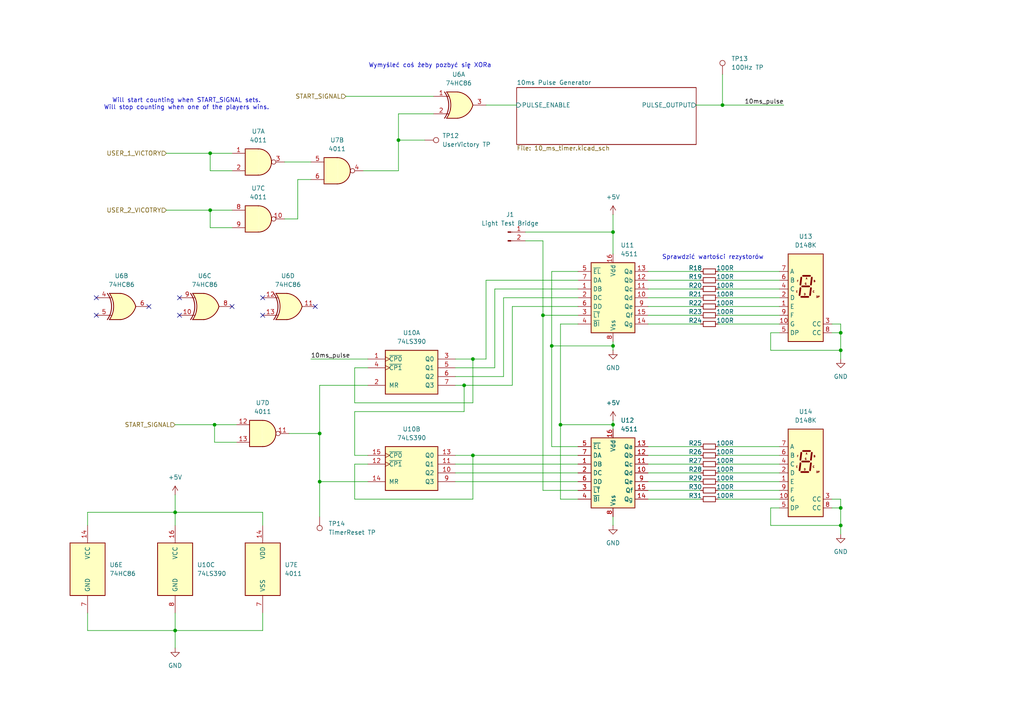
<source format=kicad_sch>
(kicad_sch (version 20231120) (generator "eeschema") (generator_version "8.0")
  (paper "A4")
  (lib_symbols
    (symbol "4xxx:4011" (pin_names (offset 1.016))
      (property "Reference" "U" (at 0 1.27 0))
      (property "Value" "4011" (at 0 -1.27 0))
      (symbol "4011_1_1"
        (arc (start 0 -3.81) (mid 3.7934 0) (end 0 3.81) (stroke (width 0.254)) (fill (type background)))
        (polyline (pts (xy 0 3.81) (xy -3.81 3.81) (xy -3.81 -3.81) (xy 0 -3.81)) (stroke (width 0.254)) (fill (type background)))
        (pin input line (at -7.62 2.54 0) (length 3.81) (name "~") (number "1"))
        (pin input line (at -7.62 -2.54 0) (length 3.81) (name "~") (number "2"))
        (pin output inverted (at 7.62 0 180) (length 3.81) (name "~") (number "3"))
      )
      (symbol "4011_1_2"
        (arc (start -3.81 -3.81) (mid -2.589 0) (end -3.81 3.81) (stroke (width 0.254)))
        (arc (start -0.6096 -3.81) (mid 2.1842 -2.5851) (end 3.81 0) (stroke (width 0.254)) (fill (type background)))
        (polyline (pts (xy -3.81 -3.81) (xy -0.635 -3.81)) (stroke (width 0.254)) (fill (type background)))
        (polyline (pts (xy -3.81 3.81) (xy -0.635 3.81)) (stroke (width 0.254)) (fill (type background)))
        (polyline (pts (xy -0.635 3.81) (xy -3.81 3.81) (xy -3.81 3.81) (xy -3.556 3.4036) (xy -3.0226 2.2606) (xy -2.6924 1.0414) (xy -2.6162 -0.254) (xy -2.7686 -1.4986) (xy -3.175 -2.7178) (xy -3.81 -3.81) (xy -3.81 -3.81) (xy -0.635 -3.81)) (stroke (width -25.4)) (fill (type background)))
        (arc (start 3.81 0) (mid 2.1915 2.5936) (end -0.6096 3.81) (stroke (width 0.254)) (fill (type background)))
        (pin input inverted (at -7.62 2.54 0) (length 4.318) (name "~") (number "1"))
        (pin input inverted (at -7.62 -2.54 0) (length 4.318) (name "~") (number "2"))
        (pin output line (at 7.62 0 180) (length 3.81) (name "~") (number "3"))
      )
      (symbol "4011_2_1"
        (arc (start 0 -3.81) (mid 3.7934 0) (end 0 3.81) (stroke (width 0.254)) (fill (type background)))
        (polyline (pts (xy 0 3.81) (xy -3.81 3.81) (xy -3.81 -3.81) (xy 0 -3.81)) (stroke (width 0.254)) (fill (type background)))
        (pin output inverted (at 7.62 0 180) (length 3.81) (name "~") (number "4"))
        (pin input line (at -7.62 2.54 0) (length 3.81) (name "~") (number "5"))
        (pin input line (at -7.62 -2.54 0) (length 3.81) (name "~") (number "6"))
      )
      (symbol "4011_2_2"
        (arc (start -3.81 -3.81) (mid -2.589 0) (end -3.81 3.81) (stroke (width 0.254)))
        (arc (start -0.6096 -3.81) (mid 2.1842 -2.5851) (end 3.81 0) (stroke (width 0.254)) (fill (type background)))
        (polyline (pts (xy -3.81 -3.81) (xy -0.635 -3.81)) (stroke (width 0.254)) (fill (type background)))
        (polyline (pts (xy -3.81 3.81) (xy -0.635 3.81)) (stroke (width 0.254)) (fill (type background)))
        (polyline (pts (xy -0.635 3.81) (xy -3.81 3.81) (xy -3.81 3.81) (xy -3.556 3.4036) (xy -3.0226 2.2606) (xy -2.6924 1.0414) (xy -2.6162 -0.254) (xy -2.7686 -1.4986) (xy -3.175 -2.7178) (xy -3.81 -3.81) (xy -3.81 -3.81) (xy -0.635 -3.81)) (stroke (width -25.4)) (fill (type background)))
        (arc (start 3.81 0) (mid 2.1915 2.5936) (end -0.6096 3.81) (stroke (width 0.254)) (fill (type background)))
        (pin output line (at 7.62 0 180) (length 3.81) (name "~") (number "4"))
        (pin input inverted (at -7.62 2.54 0) (length 4.318) (name "~") (number "5"))
        (pin input inverted (at -7.62 -2.54 0) (length 4.318) (name "~") (number "6"))
      )
      (symbol "4011_3_1"
        (arc (start 0 -3.81) (mid 3.7934 0) (end 0 3.81) (stroke (width 0.254)) (fill (type background)))
        (polyline (pts (xy 0 3.81) (xy -3.81 3.81) (xy -3.81 -3.81) (xy 0 -3.81)) (stroke (width 0.254)) (fill (type background)))
        (pin output inverted (at 7.62 0 180) (length 3.81) (name "~") (number "10"))
        (pin input line (at -7.62 2.54 0) (length 3.81) (name "~") (number "8"))
        (pin input line (at -7.62 -2.54 0) (length 3.81) (name "~") (number "9"))
      )
      (symbol "4011_3_2"
        (arc (start -3.81 -3.81) (mid -2.589 0) (end -3.81 3.81) (stroke (width 0.254)))
        (arc (start -0.6096 -3.81) (mid 2.1842 -2.5851) (end 3.81 0) (stroke (width 0.254)) (fill (type background)))
        (polyline (pts (xy -3.81 -3.81) (xy -0.635 -3.81)) (stroke (width 0.254)) (fill (type background)))
        (polyline (pts (xy -3.81 3.81) (xy -0.635 3.81)) (stroke (width 0.254)) (fill (type background)))
        (polyline (pts (xy -0.635 3.81) (xy -3.81 3.81) (xy -3.81 3.81) (xy -3.556 3.4036) (xy -3.0226 2.2606) (xy -2.6924 1.0414) (xy -2.6162 -0.254) (xy -2.7686 -1.4986) (xy -3.175 -2.7178) (xy -3.81 -3.81) (xy -3.81 -3.81) (xy -0.635 -3.81)) (stroke (width -25.4)) (fill (type background)))
        (arc (start 3.81 0) (mid 2.1915 2.5936) (end -0.6096 3.81) (stroke (width 0.254)) (fill (type background)))
        (pin output line (at 7.62 0 180) (length 3.81) (name "~") (number "10"))
        (pin input inverted (at -7.62 2.54 0) (length 4.318) (name "~") (number "8"))
        (pin input inverted (at -7.62 -2.54 0) (length 4.318) (name "~") (number "9"))
      )
      (symbol "4011_4_1"
        (arc (start 0 -3.81) (mid 3.7934 0) (end 0 3.81) (stroke (width 0.254)) (fill (type background)))
        (polyline (pts (xy 0 3.81) (xy -3.81 3.81) (xy -3.81 -3.81) (xy 0 -3.81)) (stroke (width 0.254)) (fill (type background)))
        (pin output inverted (at 7.62 0 180) (length 3.81) (name "~") (number "11"))
        (pin input line (at -7.62 2.54 0) (length 3.81) (name "~") (number "12"))
        (pin input line (at -7.62 -2.54 0) (length 3.81) (name "~") (number "13"))
      )
      (symbol "4011_4_2"
        (arc (start -3.81 -3.81) (mid -2.589 0) (end -3.81 3.81) (stroke (width 0.254)))
        (arc (start -0.6096 -3.81) (mid 2.1842 -2.5851) (end 3.81 0) (stroke (width 0.254)) (fill (type background)))
        (polyline (pts (xy -3.81 -3.81) (xy -0.635 -3.81)) (stroke (width 0.254)) (fill (type background)))
        (polyline (pts (xy -3.81 3.81) (xy -0.635 3.81)) (stroke (width 0.254)) (fill (type background)))
        (polyline (pts (xy -0.635 3.81) (xy -3.81 3.81) (xy -3.81 3.81) (xy -3.556 3.4036) (xy -3.0226 2.2606) (xy -2.6924 1.0414) (xy -2.6162 -0.254) (xy -2.7686 -1.4986) (xy -3.175 -2.7178) (xy -3.81 -3.81) (xy -3.81 -3.81) (xy -0.635 -3.81)) (stroke (width -25.4)) (fill (type background)))
        (arc (start 3.81 0) (mid 2.1915 2.5936) (end -0.6096 3.81) (stroke (width 0.254)) (fill (type background)))
        (pin output line (at 7.62 0 180) (length 3.81) (name "~") (number "11"))
        (pin input inverted (at -7.62 2.54 0) (length 4.318) (name "~") (number "12"))
        (pin input inverted (at -7.62 -2.54 0) (length 4.318) (name "~") (number "13"))
      )
      (symbol "4011_5_0"
        (pin power_in line (at 0 12.7 270) (length 5.08) (name "VDD") (number "14"))
        (pin power_in line (at 0 -12.7 90) (length 5.08) (name "VSS") (number "7"))
      )
      (symbol "4011_5_1"
        (rectangle (start -5.08 7.62) (end 5.08 -7.62) (stroke (width 0.254)) (fill (type background)))
      )
    )
    (symbol "4xxx_IEEE:4511"
      (property "Reference" "U" (at 8.89 11.43 0))
      (property "Value" "4511" (at 8.89 -11.43 0))
      (symbol "4511_0_1"
        (rectangle (start -6.35 10.16) (end 6.35 -10.16) (stroke (width 0.254)) (fill (type background)))
      )
      (symbol "4511_1_1"
        (pin input line (at -10.16 2.54 0) (length 3.81) (name "DB") (number "1"))
        (pin output line (at 10.16 0 180) (length 3.81) (name "Qd") (number "10"))
        (pin output line (at 10.16 2.54 180) (length 3.81) (name "Qc") (number "11"))
        (pin output line (at 10.16 5.08 180) (length 3.81) (name "Qb") (number "12"))
        (pin output line (at 10.16 7.62 180) (length 3.81) (name "Qa") (number "13"))
        (pin output line (at 10.16 -7.62 180) (length 3.81) (name "Qg") (number "14"))
        (pin output line (at 10.16 -5.08 180) (length 3.81) (name "Qf") (number "15"))
        (pin power_in line (at 0 12.7 270) (length 2.54) (name "Vdd") (number "16"))
        (pin input line (at -10.16 0 0) (length 3.81) (name "DC") (number "2"))
        (pin input line (at -10.16 -5.08 0) (length 3.81) (name "~{LT}") (number "3"))
        (pin input line (at -10.16 -7.62 0) (length 3.81) (name "~{BI}") (number "4"))
        (pin input line (at -10.16 7.62 0) (length 3.81) (name "~{EL}") (number "5"))
        (pin input line (at -10.16 -2.54 0) (length 3.81) (name "DD") (number "6"))
        (pin input line (at -10.16 5.08 0) (length 3.81) (name "DA") (number "7"))
        (pin power_in line (at 0 -12.7 90) (length 2.54) (name "Vss") (number "8"))
        (pin output line (at 10.16 -2.54 180) (length 3.81) (name "Qe") (number "9"))
      )
    )
    (symbol "74xx:74HC86" (pin_names (offset 1.016))
      (property "Reference" "U" (at 0 1.27 0))
      (property "Value" "74HC86" (at 0 -1.27 0))
      (symbol "74HC86_1_0"
        (arc (start -4.4196 -3.81) (mid -3.2033 0) (end -4.4196 3.81) (stroke (width 0.254)))
        (arc (start -3.81 -3.81) (mid -2.589 0) (end -3.81 3.81) (stroke (width 0.254)))
        (arc (start -0.6096 -3.81) (mid 2.1842 -2.5851) (end 3.81 0) (stroke (width 0.254)) (fill (type background)))
        (polyline (pts (xy -3.81 -3.81) (xy -0.635 -3.81)) (stroke (width 0.254)) (fill (type background)))
        (polyline (pts (xy -3.81 3.81) (xy -0.635 3.81)) (stroke (width 0.254)) (fill (type background)))
        (polyline (pts (xy -0.635 3.81) (xy -3.81 3.81) (xy -3.81 3.81) (xy -3.556 3.4036) (xy -3.0226 2.2606) (xy -2.6924 1.0414) (xy -2.6162 -0.254) (xy -2.7686 -1.4986) (xy -3.175 -2.7178) (xy -3.81 -3.81) (xy -3.81 -3.81) (xy -0.635 -3.81)) (stroke (width -25.4)) (fill (type background)))
        (arc (start 3.81 0) (mid 2.1915 2.5936) (end -0.6096 3.81) (stroke (width 0.254)) (fill (type background)))
        (pin input line (at -7.62 2.54 0) (length 4.445) (name "~") (number "1"))
        (pin input line (at -7.62 -2.54 0) (length 4.445) (name "~") (number "2"))
        (pin output line (at 7.62 0 180) (length 3.81) (name "~") (number "3"))
      )
      (symbol "74HC86_1_1"
        (polyline (pts (xy -3.81 -2.54) (xy -3.175 -2.54)) (stroke (width 0.1524)))
        (polyline (pts (xy -3.81 2.54) (xy -3.175 2.54)) (stroke (width 0.1524)))
      )
      (symbol "74HC86_2_0"
        (arc (start -4.4196 -3.81) (mid -3.2033 0) (end -4.4196 3.81) (stroke (width 0.254)))
        (arc (start -3.81 -3.81) (mid -2.589 0) (end -3.81 3.81) (stroke (width 0.254)))
        (arc (start -0.6096 -3.81) (mid 2.1842 -2.5851) (end 3.81 0) (stroke (width 0.254)) (fill (type background)))
        (polyline (pts (xy -3.81 -3.81) (xy -0.635 -3.81)) (stroke (width 0.254)) (fill (type background)))
        (polyline (pts (xy -3.81 3.81) (xy -0.635 3.81)) (stroke (width 0.254)) (fill (type background)))
        (polyline (pts (xy -0.635 3.81) (xy -3.81 3.81) (xy -3.81 3.81) (xy -3.556 3.4036) (xy -3.0226 2.2606) (xy -2.6924 1.0414) (xy -2.6162 -0.254) (xy -2.7686 -1.4986) (xy -3.175 -2.7178) (xy -3.81 -3.81) (xy -3.81 -3.81) (xy -0.635 -3.81)) (stroke (width -25.4)) (fill (type background)))
        (arc (start 3.81 0) (mid 2.1915 2.5936) (end -0.6096 3.81) (stroke (width 0.254)) (fill (type background)))
        (pin input line (at -7.62 2.54 0) (length 4.445) (name "~") (number "4"))
        (pin input line (at -7.62 -2.54 0) (length 4.445) (name "~") (number "5"))
        (pin output line (at 7.62 0 180) (length 3.81) (name "~") (number "6"))
      )
      (symbol "74HC86_2_1"
        (polyline (pts (xy -3.81 -2.54) (xy -3.175 -2.54)) (stroke (width 0.1524)))
        (polyline (pts (xy -3.81 2.54) (xy -3.175 2.54)) (stroke (width 0.1524)))
      )
      (symbol "74HC86_3_0"
        (arc (start -4.4196 -3.81) (mid -3.2033 0) (end -4.4196 3.81) (stroke (width 0.254)))
        (arc (start -3.81 -3.81) (mid -2.589 0) (end -3.81 3.81) (stroke (width 0.254)))
        (arc (start -0.6096 -3.81) (mid 2.1842 -2.5851) (end 3.81 0) (stroke (width 0.254)) (fill (type background)))
        (polyline (pts (xy -3.81 -3.81) (xy -0.635 -3.81)) (stroke (width 0.254)) (fill (type background)))
        (polyline (pts (xy -3.81 3.81) (xy -0.635 3.81)) (stroke (width 0.254)) (fill (type background)))
        (polyline (pts (xy -0.635 3.81) (xy -3.81 3.81) (xy -3.81 3.81) (xy -3.556 3.4036) (xy -3.0226 2.2606) (xy -2.6924 1.0414) (xy -2.6162 -0.254) (xy -2.7686 -1.4986) (xy -3.175 -2.7178) (xy -3.81 -3.81) (xy -3.81 -3.81) (xy -0.635 -3.81)) (stroke (width -25.4)) (fill (type background)))
        (arc (start 3.81 0) (mid 2.1915 2.5936) (end -0.6096 3.81) (stroke (width 0.254)) (fill (type background)))
        (pin input line (at -7.62 -2.54 0) (length 4.445) (name "~") (number "10"))
        (pin output line (at 7.62 0 180) (length 3.81) (name "~") (number "8"))
        (pin input line (at -7.62 2.54 0) (length 4.445) (name "~") (number "9"))
      )
      (symbol "74HC86_3_1"
        (polyline (pts (xy -3.81 -2.54) (xy -3.175 -2.54)) (stroke (width 0.1524)))
        (polyline (pts (xy -3.81 2.54) (xy -3.175 2.54)) (stroke (width 0.1524)))
      )
      (symbol "74HC86_4_0"
        (arc (start -4.4196 -3.81) (mid -3.2033 0) (end -4.4196 3.81) (stroke (width 0.254)))
        (arc (start -3.81 -3.81) (mid -2.589 0) (end -3.81 3.81) (stroke (width 0.254)))
        (arc (start -0.6096 -3.81) (mid 2.1842 -2.5851) (end 3.81 0) (stroke (width 0.254)) (fill (type background)))
        (polyline (pts (xy -3.81 -3.81) (xy -0.635 -3.81)) (stroke (width 0.254)) (fill (type background)))
        (polyline (pts (xy -3.81 3.81) (xy -0.635 3.81)) (stroke (width 0.254)) (fill (type background)))
        (polyline (pts (xy -0.635 3.81) (xy -3.81 3.81) (xy -3.81 3.81) (xy -3.556 3.4036) (xy -3.0226 2.2606) (xy -2.6924 1.0414) (xy -2.6162 -0.254) (xy -2.7686 -1.4986) (xy -3.175 -2.7178) (xy -3.81 -3.81) (xy -3.81 -3.81) (xy -0.635 -3.81)) (stroke (width -25.4)) (fill (type background)))
        (arc (start 3.81 0) (mid 2.1915 2.5936) (end -0.6096 3.81) (stroke (width 0.254)) (fill (type background)))
        (pin output line (at 7.62 0 180) (length 3.81) (name "~") (number "11"))
        (pin input line (at -7.62 2.54 0) (length 4.445) (name "~") (number "12"))
        (pin input line (at -7.62 -2.54 0) (length 4.445) (name "~") (number "13"))
      )
      (symbol "74HC86_4_1"
        (polyline (pts (xy -3.81 -2.54) (xy -3.175 -2.54)) (stroke (width 0.1524)))
        (polyline (pts (xy -3.81 2.54) (xy -3.175 2.54)) (stroke (width 0.1524)))
      )
      (symbol "74HC86_5_0"
        (pin power_in line (at 0 12.7 270) (length 5.08) (name "VCC") (number "14"))
        (pin power_in line (at 0 -12.7 90) (length 5.08) (name "GND") (number "7"))
      )
      (symbol "74HC86_5_1"
        (rectangle (start -5.08 7.62) (end 5.08 -7.62) (stroke (width 0.254)) (fill (type background)))
      )
    )
    (symbol "74xx:74LS390" (pin_names (offset 1.016))
      (property "Reference" "U" (at -7.62 8.89 0))
      (property "Value" "74LS390" (at -7.62 -8.89 0))
      (symbol "74LS390_1_0"
        (pin input clock (at -12.7 2.54 0) (length 5.08) (name "~{CP0}") (number "1"))
        (pin input line (at -12.7 -5.08 0) (length 5.08) (name "MR") (number "2"))
        (pin output line (at 12.7 2.54 180) (length 5.08) (name "Q0") (number "3"))
        (pin input clock (at -12.7 0 0) (length 5.08) (name "~{CP1}") (number "4"))
        (pin output line (at 12.7 0 180) (length 5.08) (name "Q1") (number "5"))
        (pin output line (at 12.7 -2.54 180) (length 5.08) (name "Q2") (number "6"))
        (pin output line (at 12.7 -5.08 180) (length 5.08) (name "Q3") (number "7"))
      )
      (symbol "74LS390_1_1"
        (rectangle (start -7.62 5.08) (end 7.62 -7.62) (stroke (width 0.254)) (fill (type background)))
      )
      (symbol "74LS390_2_0"
        (pin output line (at 12.7 -2.54 180) (length 5.08) (name "Q2") (number "10"))
        (pin output line (at 12.7 0 180) (length 5.08) (name "Q1") (number "11"))
        (pin input clock (at -12.7 0 0) (length 5.08) (name "~{CP1}") (number "12"))
        (pin output line (at 12.7 2.54 180) (length 5.08) (name "Q0") (number "13"))
        (pin input line (at -12.7 -5.08 0) (length 5.08) (name "MR") (number "14"))
        (pin input clock (at -12.7 2.54 0) (length 5.08) (name "~{CP0}") (number "15"))
        (pin output line (at 12.7 -5.08 180) (length 5.08) (name "Q3") (number "9"))
      )
      (symbol "74LS390_2_1"
        (rectangle (start -7.62 5.08) (end 7.62 -7.62) (stroke (width 0.254)) (fill (type background)))
      )
      (symbol "74LS390_3_0"
        (pin power_in line (at 0 12.7 270) (length 5.08) (name "VCC") (number "16"))
        (pin power_in line (at 0 -12.7 90) (length 5.08) (name "GND") (number "8"))
      )
      (symbol "74LS390_3_1"
        (rectangle (start -5.08 7.62) (end 5.08 -7.62) (stroke (width 0.254)) (fill (type background)))
      )
    )
    (symbol "Connector:Conn_01x02_Pin" (pin_names (offset 1.016) hide)
      (property "Reference" "J" (at 0 2.54 0))
      (property "Value" "Conn_01x02_Pin" (at 0 -5.08 0))
      (symbol "Conn_01x02_Pin_1_1"
        (polyline (pts (xy 1.27 -2.54) (xy 0.8636 -2.54)) (stroke (width 0.1524)))
        (polyline (pts (xy 1.27 0) (xy 0.8636 0)) (stroke (width 0.1524)))
        (rectangle (start 0.8636 -2.413) (end 0 -2.667) (stroke (width 0.1524)) (fill (type outline)))
        (rectangle (start 0.8636 0.127) (end 0 -0.127) (stroke (width 0.1524)) (fill (type outline)))
        (pin passive line (at 5.08 0 180) (length 3.81) (name "Pin_1") (number "1"))
        (pin passive line (at 5.08 -2.54 180) (length 3.81) (name "Pin_2") (number "2"))
      )
    )
    (symbol "Connector:TestPoint" (pin_numbers hide) (pin_names (offset 0.762) hide)
      (property "Reference" "TP" (at 0 6.858 0))
      (property "Value" "TestPoint" (at 0 5.08 0))
      (symbol "TestPoint_0_1"
        (circle (center 0 3.302) (radius 0.762))
      )
      (symbol "TestPoint_1_1"
        (pin passive line (at 0 0 90) (length 2.54) (name "1") (number "1"))
      )
    )
    (symbol "Device:R_Small" (pin_numbers hide) (pin_names (offset 0.254) hide)
      (property "Reference" "R" (at 0.762 0.508 0))
      (property "Value" "R_Small" (at 0.762 -1.016 0))
      (symbol "R_Small_0_1"
        (rectangle (start -0.762 1.778) (end 0.762 -1.778) (stroke (width 0.2032)))
      )
      (symbol "R_Small_1_1"
        (pin passive line (at 0 2.54 270) (length 0.762) (name "~") (number "1"))
        (pin passive line (at 0 -2.54 90) (length 0.762) (name "~") (number "2"))
      )
    )
    (symbol "Display_Character:D148K"
      (property "Reference" "U" (at -2.54 13.97 0))
      (property "Value" "D148K" (at 1.27 13.97 0))
      (symbol "D148K_0_0"
        (text "A" (at 0.254 5.588 0) (effects (font (size 0.508 0.508))))
        (text "B" (at 2.54 4.826 0) (effects (font (size 0.508 0.508))))
        (text "C" (at 2.286 1.778 0) (effects (font (size 0.508 0.508))))
        (text "D" (at -0.254 1.016 0) (effects (font (size 0.508 0.508))))
        (text "DP" (at 3.556 0.254 0) (effects (font (size 0.508 0.508))))
        (text "E" (at -2.54 1.778 0) (effects (font (size 0.508 0.508))))
        (text "F" (at -2.286 4.826 0) (effects (font (size 0.508 0.508))))
        (text "G" (at 0 4.064 0) (effects (font (size 0.508 0.508))))
      )
      (symbol "D148K_0_1"
        (rectangle (start -5.08 12.7) (end 5.08 -12.7) (stroke (width 0.254)) (fill (type background)))
        (polyline (pts (xy -1.524 2.794) (xy -1.778 0.762)) (stroke (width 0.508)))
        (polyline (pts (xy -1.27 0.254) (xy 0.762 0.254)) (stroke (width 0.508)))
        (polyline (pts (xy -1.27 5.842) (xy -1.524 3.81)) (stroke (width 0.508)))
        (polyline (pts (xy -1.016 3.302) (xy 1.016 3.302)) (stroke (width 0.508)))
        (polyline (pts (xy -0.762 6.35) (xy 1.27 6.35)) (stroke (width 0.508)))
        (polyline (pts (xy 1.524 2.794) (xy 1.27 0.762)) (stroke (width 0.508)))
        (polyline (pts (xy 1.778 5.842) (xy 1.524 3.81)) (stroke (width 0.508)))
        (polyline (pts (xy 2.54 0.254) (xy 2.54 0.254)) (stroke (width 0.508)))
      )
      (symbol "D148K_1_1"
        (pin input line (at -7.62 -2.54 0) (length 2.54) (name "E") (number "1"))
        (pin input line (at -7.62 -7.62 0) (length 2.54) (name "G") (number "10"))
        (pin input line (at -7.62 0 0) (length 2.54) (name "D") (number "2"))
        (pin input line (at 7.62 -7.62 180) (length 2.54) (name "CC") (number "3"))
        (pin input line (at -7.62 2.54 0) (length 2.54) (name "C") (number "4"))
        (pin input line (at -7.62 -10.16 0) (length 2.54) (name "DP") (number "5"))
        (pin input line (at -7.62 5.08 0) (length 2.54) (name "B") (number "6"))
        (pin input line (at -7.62 7.62 0) (length 2.54) (name "A") (number "7"))
        (pin input line (at 7.62 -10.16 180) (length 2.54) (name "CC") (number "8"))
        (pin input line (at -7.62 -5.08 0) (length 2.54) (name "F") (number "9"))
      )
    )
    (symbol "power:+5V" (power) (pin_numbers hide) (pin_names (offset 0) hide)
      (property "Value" "+5V" (at 0 3.556 0))
      (symbol "+5V_0_1"
        (polyline (pts (xy -0.762 1.27) (xy 0 2.54)))
        (polyline (pts (xy 0 0) (xy 0 2.54)))
        (polyline (pts (xy 0 2.54) (xy 0.762 1.27)))
      )
      (symbol "+5V_1_1"
        (pin power_in line (at 0 0 90) (length 0) (name "~") (number "1"))
      )
    )
    (symbol "power:GND" (power) (pin_numbers hide) (pin_names (offset 0) hide)
      (property "Value" "GND" (at 0 -3.81 0))
      (symbol "GND_0_1"
        (polyline (pts (xy 0 0) (xy 0 -1.27) (xy 1.27 -1.27) (xy 0 -2.54) (xy -1.27 -1.27) (xy 0 -1.27)))
      )
      (symbol "GND_1_1"
        (pin power_in line (at 0 0 270) (length 0) (name "~") (number "1"))
      )
    )
  )
  (junction (at 243.84 96.52))
  (junction (at 60.96 60.96))
  (junction (at 115.57 40.64))
  (junction (at 243.84 152.4))
  (junction (at 177.8 67.31))
  (junction (at 134.62 111.76))
  (junction (at 157.48 91.44))
  (junction (at 177.8 123.19))
  (junction (at 177.8 100.33))
  (junction (at 243.84 147.32))
  (junction (at 209.55 30.48))
  (junction (at 160.02 100.33))
  (junction (at 62.23 123.19))
  (junction (at 50.8 148.59))
  (junction (at 50.8 182.88))
  (junction (at 243.84 101.6))
  (junction (at 92.71 125.73))
  (junction (at 162.56 123.19))
  (junction (at 92.71 139.7))
  (junction (at 60.96 44.45))
  (junction (at 137.16 104.14))
  (junction (at 137.16 132.08))
  (no_connect (at 52.07 86.36))
  (no_connect (at 43.18 88.9))
  (no_connect (at 76.2 86.36))
  (no_connect (at 67.31 88.9))
  (no_connect (at 76.2 91.44))
  (no_connect (at 27.94 91.44))
  (no_connect (at 52.07 91.44))
  (no_connect (at 91.44 88.9))
  (no_connect (at 27.94 86.36))
  (wire (pts (xy 143.51 83.82) (xy 167.64 83.82)))
  (wire (pts (xy 148.59 111.76) (xy 134.62 111.76)))
  (wire (pts (xy 167.64 88.9) (xy 148.59 88.9)))
  (wire (pts (xy 152.4 67.31) (xy 177.8 67.31)))
  (wire (pts (xy 243.84 96.52) (xy 243.84 101.6)))
  (wire (pts (xy 105.41 49.53) (xy 115.57 49.53)))
  (wire (pts (xy 177.8 99.06) (xy 177.8 100.33)))
  (wire (pts (xy 243.84 144.78) (xy 243.84 147.32)))
  (wire (pts (xy 208.28 83.82) (xy 226.06 83.82)))
  (wire (pts (xy 167.64 81.28) (xy 140.97 81.28)))
  (wire (pts (xy 187.96 78.74) (xy 203.2 78.74)))
  (wire (pts (xy 167.64 142.24) (xy 157.48 142.24)))
  (wire (pts (xy 177.8 62.23) (xy 177.8 67.31)))
  (wire (pts (xy 62.23 123.19) (xy 68.58 123.19)))
  (wire (pts (xy 132.08 104.14) (xy 137.16 104.14)))
  (wire (pts (xy 208.28 93.98) (xy 226.06 93.98)))
  (wire (pts (xy 86.36 52.07) (xy 86.36 63.5)))
  (wire (pts (xy 226.06 147.32) (xy 223.52 147.32)))
  (wire (pts (xy 115.57 40.64) (xy 123.19 40.64)))
  (wire (pts (xy 132.08 132.08) (xy 137.16 132.08)))
  (wire (pts (xy 76.2 177.8) (xy 76.2 182.88)))
  (wire (pts (xy 92.71 139.7) (xy 92.71 149.86)))
  (wire (pts (xy 50.8 143.51) (xy 50.8 148.59)))
  (wire (pts (xy 132.08 139.7) (xy 167.64 139.7)))
  (wire (pts (xy 167.64 93.98) (xy 162.56 93.98)))
  (wire (pts (xy 209.55 30.48) (xy 227.33 30.48)))
  (wire (pts (xy 50.8 148.59) (xy 50.8 152.4)))
  (wire (pts (xy 140.97 30.48) (xy 149.86 30.48)))
  (wire (pts (xy 187.96 86.36) (xy 203.2 86.36)))
  (wire (pts (xy 137.16 116.84) (xy 102.87 116.84)))
  (wire (pts (xy 152.4 69.85) (xy 157.48 69.85)))
  (wire (pts (xy 82.55 46.99) (xy 90.17 46.99)))
  (wire (pts (xy 25.4 152.4) (xy 25.4 148.59)))
  (wire (pts (xy 241.3 96.52) (xy 243.84 96.52)))
  (wire (pts (xy 226.06 96.52) (xy 223.52 96.52)))
  (wire (pts (xy 100.33 27.94) (xy 125.73 27.94)))
  (wire (pts (xy 48.26 60.96) (xy 60.96 60.96)))
  (wire (pts (xy 50.8 182.88) (xy 50.8 187.96)))
  (wire (pts (xy 187.96 81.28) (xy 203.2 81.28)))
  (wire (pts (xy 68.58 128.27) (xy 62.23 128.27)))
  (wire (pts (xy 177.8 67.31) (xy 177.8 73.66)))
  (wire (pts (xy 208.28 78.74) (xy 226.06 78.74)))
  (wire (pts (xy 208.28 139.7) (xy 226.06 139.7)))
  (wire (pts (xy 162.56 123.19) (xy 177.8 123.19)))
  (wire (pts (xy 162.56 144.78) (xy 162.56 123.19)))
  (wire (pts (xy 208.28 129.54) (xy 226.06 129.54)))
  (wire (pts (xy 160.02 100.33) (xy 177.8 100.33)))
  (wire (pts (xy 140.97 81.28) (xy 140.97 104.14)))
  (wire (pts (xy 50.8 182.88) (xy 50.8 177.8)))
  (wire (pts (xy 62.23 128.27) (xy 62.23 123.19)))
  (wire (pts (xy 25.4 148.59) (xy 50.8 148.59)))
  (wire (pts (xy 76.2 152.4) (xy 76.2 148.59)))
  (wire (pts (xy 187.96 129.54) (xy 203.2 129.54)))
  (wire (pts (xy 132.08 137.16) (xy 167.64 137.16)))
  (wire (pts (xy 187.96 139.7) (xy 203.2 139.7)))
  (wire (pts (xy 102.87 134.62) (xy 106.68 134.62)))
  (wire (pts (xy 48.26 44.45) (xy 60.96 44.45)))
  (wire (pts (xy 25.4 182.88) (xy 50.8 182.88)))
  (wire (pts (xy 167.64 78.74) (xy 160.02 78.74)))
  (wire (pts (xy 132.08 134.62) (xy 167.64 134.62)))
  (wire (pts (xy 208.28 142.24) (xy 226.06 142.24)))
  (wire (pts (xy 187.96 132.08) (xy 203.2 132.08)))
  (wire (pts (xy 115.57 49.53) (xy 115.57 40.64)))
  (wire (pts (xy 146.05 109.22) (xy 132.08 109.22)))
  (wire (pts (xy 223.52 96.52) (xy 223.52 101.6)))
  (wire (pts (xy 187.96 137.16) (xy 203.2 137.16)))
  (wire (pts (xy 162.56 93.98) (xy 162.56 123.19)))
  (wire (pts (xy 137.16 132.08) (xy 137.16 144.78)))
  (wire (pts (xy 137.16 144.78) (xy 102.87 144.78)))
  (wire (pts (xy 102.87 132.08) (xy 106.68 132.08)))
  (wire (pts (xy 140.97 104.14) (xy 137.16 104.14)))
  (wire (pts (xy 187.96 91.44) (xy 203.2 91.44)))
  (wire (pts (xy 92.71 125.73) (xy 92.71 139.7)))
  (wire (pts (xy 201.93 30.48) (xy 209.55 30.48)))
  (wire (pts (xy 115.57 33.02) (xy 125.73 33.02)))
  (wire (pts (xy 83.82 125.73) (xy 92.71 125.73)))
  (wire (pts (xy 177.8 149.86) (xy 177.8 152.4)))
  (wire (pts (xy 157.48 142.24) (xy 157.48 91.44)))
  (wire (pts (xy 167.64 129.54) (xy 160.02 129.54)))
  (wire (pts (xy 208.28 134.62) (xy 226.06 134.62)))
  (wire (pts (xy 67.31 66.04) (xy 60.96 66.04)))
  (wire (pts (xy 177.8 121.92) (xy 177.8 123.19)))
  (wire (pts (xy 208.28 144.78) (xy 226.06 144.78)))
  (wire (pts (xy 187.96 134.62) (xy 203.2 134.62)))
  (wire (pts (xy 187.96 88.9) (xy 203.2 88.9)))
  (wire (pts (xy 67.31 49.53) (xy 60.96 49.53)))
  (wire (pts (xy 134.62 119.38) (xy 102.87 119.38)))
  (wire (pts (xy 60.96 66.04) (xy 60.96 60.96)))
  (wire (pts (xy 102.87 116.84) (xy 102.87 106.68)))
  (wire (pts (xy 243.84 101.6) (xy 243.84 104.14)))
  (wire (pts (xy 187.96 144.78) (xy 203.2 144.78)))
  (wire (pts (xy 177.8 123.19) (xy 177.8 124.46)))
  (wire (pts (xy 76.2 148.59) (xy 50.8 148.59)))
  (wire (pts (xy 223.52 101.6) (xy 243.84 101.6)))
  (wire (pts (xy 157.48 91.44) (xy 157.48 69.85)))
  (wire (pts (xy 60.96 44.45) (xy 67.31 44.45)))
  (wire (pts (xy 132.08 106.68) (xy 143.51 106.68)))
  (wire (pts (xy 223.52 152.4) (xy 243.84 152.4)))
  (wire (pts (xy 208.28 88.9) (xy 226.06 88.9)))
  (wire (pts (xy 208.28 137.16) (xy 226.06 137.16)))
  (wire (pts (xy 241.3 144.78) (xy 243.84 144.78)))
  (wire (pts (xy 208.28 91.44) (xy 226.06 91.44)))
  (wire (pts (xy 162.56 144.78) (xy 167.64 144.78)))
  (wire (pts (xy 137.16 132.08) (xy 167.64 132.08)))
  (wire (pts (xy 209.55 21.59) (xy 209.55 30.48)))
  (wire (pts (xy 243.84 93.98) (xy 243.84 96.52)))
  (wire (pts (xy 60.96 60.96) (xy 67.31 60.96)))
  (wire (pts (xy 60.96 49.53) (xy 60.96 44.45)))
  (wire (pts (xy 243.84 147.32) (xy 243.84 152.4)))
  (wire (pts (xy 177.8 100.33) (xy 177.8 101.6)))
  (wire (pts (xy 208.28 81.28) (xy 226.06 81.28)))
  (wire (pts (xy 241.3 147.32) (xy 243.84 147.32)))
  (wire (pts (xy 134.62 111.76) (xy 132.08 111.76)))
  (wire (pts (xy 208.28 86.36) (xy 226.06 86.36)))
  (wire (pts (xy 187.96 93.98) (xy 203.2 93.98)))
  (wire (pts (xy 92.71 139.7) (xy 106.68 139.7)))
  (wire (pts (xy 187.96 83.82) (xy 203.2 83.82)))
  (wire (pts (xy 187.96 142.24) (xy 203.2 142.24)))
  (wire (pts (xy 92.71 111.76) (xy 92.71 125.73)))
  (wire (pts (xy 102.87 106.68) (xy 106.68 106.68)))
  (wire (pts (xy 160.02 100.33) (xy 160.02 129.54)))
  (wire (pts (xy 50.8 123.19) (xy 62.23 123.19)))
  (wire (pts (xy 25.4 177.8) (xy 25.4 182.88)))
  (wire (pts (xy 241.3 93.98) (xy 243.84 93.98)))
  (wire (pts (xy 157.48 91.44) (xy 167.64 91.44)))
  (wire (pts (xy 115.57 40.64) (xy 115.57 33.02)))
  (wire (pts (xy 106.68 111.76) (xy 92.71 111.76)))
  (wire (pts (xy 106.68 104.14) (xy 90.17 104.14)))
  (wire (pts (xy 90.17 52.07) (xy 86.36 52.07)))
  (wire (pts (xy 146.05 86.36) (xy 167.64 86.36)))
  (wire (pts (xy 82.55 63.5) (xy 86.36 63.5)))
  (wire (pts (xy 143.51 106.68) (xy 143.51 83.82)))
  (wire (pts (xy 137.16 104.14) (xy 137.16 116.84)))
  (wire (pts (xy 223.52 147.32) (xy 223.52 152.4)))
  (wire (pts (xy 134.62 111.76) (xy 134.62 119.38)))
  (wire (pts (xy 102.87 144.78) (xy 102.87 134.62)))
  (wire (pts (xy 208.28 132.08) (xy 226.06 132.08)))
  (wire (pts (xy 160.02 78.74) (xy 160.02 100.33)))
  (wire (pts (xy 102.87 119.38) (xy 102.87 132.08)))
  (wire (pts (xy 243.84 152.4) (xy 243.84 154.94)))
  (wire (pts (xy 148.59 88.9) (xy 148.59 111.76)))
  (wire (pts (xy 146.05 86.36) (xy 146.05 109.22)))
  (wire (pts (xy 76.2 182.88) (xy 50.8 182.88)))
  (text "Will start counting when START_SIGNAL sets.\nWill stop counting when one of the players wins." (at 54.102 30.226 0) (effects (font (size 1.27 1.27))))
  (text "Sprawdzić wartości rezystorów" (at 206.756 74.676 0) (effects (font (size 1.27 1.27))))
  (text "Wymyśleć coś żeby pozbyć się XORa" (at 124.714 19.05 0) (effects (font (size 1.27 1.27))))
  (label "10ms_pulse" (at 227.33 30.48 180))
  (label "10ms_pulse" (at 90.17 104.14 0))
  (hierarchical_label "START_SIGNAL" (shape input) (at 50.8 123.19 180))
  (hierarchical_label "USER_1_VICTORY" (shape input) (at 48.26 44.45 180))
  (hierarchical_label "START_SIGNAL" (shape input) (at 100.33 27.94 180))
  (hierarchical_label "USER_2_VICOTRY" (shape input) (at 48.26 60.96 180))
  (symbol (lib_id "power:GND") (at 243.84 154.94 0) (unit 1)
    (property "Reference" "#PWR029" (effects (hide yes)))
    (property "Value" "GND" (at 243.84 160.02 0))
    (property "Description" "Power symbol creates a global label with name \"GND\" , ground" (effects (hide yes)))
  )
  (symbol (lib_id "4xxx:4011") (at 97.79 49.53 0) (unit 2)
    (property "Reference" "U7" (at 97.7817 40.64 0))
    (property "Value" "4011" (at 97.7817 43.18 0))
    (property "Footprint" "Package_DIP:DIP-14_W7.62mm" (effects (hide yes)))
    (property "Datasheet" "http://www.intersil.com/content/dam/Intersil/documents/cd40/cd4011bms-12bms-23bms.pdf" (effects (hide yes)))
    (property "Description" "Quad Nand 2 inputs" (effects (hide yes)))
  )
  (symbol (lib_id "74xx:74LS390") (at 50.8 165.1 0) (unit 3)
    (property "Reference" "U10" (at 57.15 163.8299 0) (effects (justify left)))
    (property "Value" "74LS390" (at 57.15 166.3699 0) (effects (justify left)))
    (property "Footprint" "Package_DIP:DIP-16_W7.62mm" (effects (hide yes)))
    (property "Datasheet" "http://www.ti.com/lit/gpn/sn74LS390" (effects (hide yes)))
    (property "Description" "Dual BCD 4-bit counter" (effects (hide yes)))
  )
  (symbol (lib_id "Device:R_Small") (at 205.74 129.54 90) (unit 1)
    (property "Reference" "R25" (at 201.676 128.524 90))
    (property "Value" "100R" (at 210.312 128.524 90))
    (property "Footprint" "Resistor_THT:R_Axial_DIN0207_L6.3mm_D2.5mm_P10.16mm_Horizontal" (effects (hide yes)))
    (property "Description" "Resistor, small symbol" (effects (hide yes)))
  )
  (symbol (lib_id "4xxx:4011") (at 74.93 46.99 0) (unit 1)
    (property "Reference" "U7" (at 74.9217 38.1 0))
    (property "Value" "4011" (at 74.9217 40.64 0))
    (property "Footprint" "Package_DIP:DIP-14_W7.62mm" (effects (hide yes)))
    (property "Datasheet" "http://www.intersil.com/content/dam/Intersil/documents/cd40/cd4011bms-12bms-23bms.pdf" (effects (hide yes)))
    (property "Description" "Quad Nand 2 inputs" (effects (hide yes)))
  )
  (symbol (lib_id "Device:R_Small") (at 205.74 86.36 90) (unit 1)
    (property "Reference" "R21" (at 201.676 85.344 90))
    (property "Value" "100R" (at 210.312 85.344 90))
    (property "Footprint" "Resistor_THT:R_Axial_DIN0207_L6.3mm_D2.5mm_P10.16mm_Horizontal" (effects (hide yes)))
    (property "Description" "Resistor, small symbol" (effects (hide yes)))
  )
  (symbol (lib_id "Device:R_Small") (at 205.74 88.9 90) (unit 1)
    (property "Reference" "R22" (at 201.676 87.884 90))
    (property "Value" "100R" (at 210.312 87.884 90))
    (property "Footprint" "Resistor_THT:R_Axial_DIN0207_L6.3mm_D2.5mm_P10.16mm_Horizontal" (effects (hide yes)))
    (property "Description" "Resistor, small symbol" (effects (hide yes)))
  )
  (symbol (lib_id "Connector:TestPoint") (at 123.19 40.64 270) (unit 1)
    (property "Reference" "TP12" (at 128.27 39.3699 90) (effects (justify left)))
    (property "Value" "UserVictory TP" (at 128.27 41.9099 90) (effects (justify left)))
    (property "Footprint" "Connector_PinHeader_2.54mm:PinHeader_1x01_P2.54mm_Vertical" (effects (hide yes)))
    (property "Description" "test point" (effects (hide yes)))
  )
  (symbol (lib_id "74xx:74HC86") (at 25.4 165.1 0) (unit 5)
    (property "Reference" "U6" (at 31.75 163.8299 0) (effects (justify left)))
    (property "Value" "74HC86" (at 31.75 166.3699 0) (effects (justify left)))
    (property "Footprint" "Package_DIP:DIP-14_W7.62mm" (effects (hide yes)))
    (property "Datasheet" "http://www.ti.com/lit/gpn/sn74HC86" (effects (hide yes)))
    (property "Description" "Quad 2-input XOR" (effects (hide yes)))
  )
  (symbol (lib_id "Device:R_Small") (at 205.74 137.16 90) (unit 1)
    (property "Reference" "R28" (at 201.676 136.144 90))
    (property "Value" "100R" (at 210.312 136.144 90))
    (property "Footprint" "Resistor_THT:R_Axial_DIN0207_L6.3mm_D2.5mm_P10.16mm_Horizontal" (effects (hide yes)))
    (property "Description" "Resistor, small symbol" (effects (hide yes)))
  )
  (symbol (lib_id "4xxx_IEEE:4511") (at 177.8 86.36 0) (unit 1)
    (property "Reference" "U11" (at 179.9941 71.12 0) (effects (justify left)))
    (property "Value" "4511" (at 179.9941 73.66 0) (effects (justify left)))
    (property "Footprint" "Package_DIP:DIP-16_W7.62mm" (effects (hide yes)))
  )
  (symbol (lib_id "74xx:74LS390") (at 119.38 134.62 0) (unit 2)
    (property "Reference" "U10" (at 119.38 124.46 0))
    (property "Value" "74LS390" (at 119.38 127 0))
    (property "Footprint" "Package_DIP:DIP-16_W7.62mm" (effects (hide yes)))
    (property "Datasheet" "http://www.ti.com/lit/gpn/sn74LS390" (effects (hide yes)))
    (property "Description" "Dual BCD 4-bit counter" (effects (hide yes)))
  )
  (symbol (lib_id "Device:R_Small") (at 205.74 93.98 90) (unit 1)
    (property "Reference" "R24" (at 201.676 92.964 90))
    (property "Value" "100R" (at 210.312 92.964 90))
    (property "Footprint" "Resistor_THT:R_Axial_DIN0207_L6.3mm_D2.5mm_P10.16mm_Horizontal" (effects (hide yes)))
    (property "Description" "Resistor, small symbol" (effects (hide yes)))
  )
  (symbol (lib_id "4xxx:4011") (at 74.93 63.5 0) (unit 3)
    (property "Reference" "U7" (at 74.9217 54.61 0))
    (property "Value" "4011" (at 74.9217 57.15 0))
    (property "Footprint" "Package_DIP:DIP-14_W7.62mm" (effects (hide yes)))
    (property "Datasheet" "http://www.intersil.com/content/dam/Intersil/documents/cd40/cd4011bms-12bms-23bms.pdf" (effects (hide yes)))
    (property "Description" "Quad Nand 2 inputs" (effects (hide yes)))
  )
  (symbol (lib_id "power:+5V") (at 50.8 143.51 0) (unit 1)
    (property "Reference" "#PWR027" (effects (hide yes)))
    (property "Value" "+5V" (at 50.8 138.43 0))
    (property "Description" "Power symbol creates a global label with name \"+5V\"" (effects (hide yes)))
  )
  (symbol (lib_id "74xx:74HC86") (at 133.35 30.48 0) (unit 1)
    (property "Reference" "U6" (at 133.0452 21.59 0))
    (property "Value" "74HC86" (at 133.0452 24.13 0))
    (property "Footprint" "Package_DIP:DIP-14_W7.62mm" (effects (hide yes)))
    (property "Datasheet" "http://www.ti.com/lit/gpn/sn74HC86" (effects (hide yes)))
    (property "Description" "Quad 2-input XOR" (effects (hide yes)))
  )
  (symbol (lib_id "power:GND") (at 243.84 104.14 0) (unit 1)
    (property "Reference" "#PWR028" (effects (hide yes)))
    (property "Value" "GND" (at 243.84 109.22 0))
    (property "Description" "Power symbol creates a global label with name \"GND\" , ground" (effects (hide yes)))
  )
  (symbol (lib_id "Device:R_Small") (at 205.74 142.24 90) (unit 1)
    (property "Reference" "R30" (at 201.676 141.224 90))
    (property "Value" "100R" (at 210.312 141.224 90))
    (property "Footprint" "Resistor_THT:R_Axial_DIN0207_L6.3mm_D2.5mm_P10.16mm_Horizontal" (effects (hide yes)))
    (property "Description" "Resistor, small symbol" (effects (hide yes)))
  )
  (symbol (lib_id "power:GND") (at 177.8 152.4 0) (unit 1)
    (property "Reference" "#PWR022" (effects (hide yes)))
    (property "Value" "GND" (at 177.8 157.48 0))
    (property "Description" "Power symbol creates a global label with name \"GND\" , ground" (effects (hide yes)))
  )
  (symbol (lib_id "Display_Character:D148K") (at 233.68 86.36 0) (unit 1)
    (property "Reference" "U13" (at 233.68 68.58 0))
    (property "Value" "D148K" (at 233.68 71.12 0))
    (property "Footprint" "Display_7Segment:7SegmentLED_LTS6760_LTS6780" (effects (hide yes)))
    (property "Datasheet" "https://ia800903.us.archive.org/24/items/CTKD1x8K/Cromatek%20D168K.pdf" (effects (hide yes)))
    (property "Description" "One digit 7 segment yellowish-green LED, low current, common cathode" (effects (hide yes)))
  )
  (symbol (lib_id "74xx:74HC86") (at 35.56 88.9 0) (unit 2)
    (property "Reference" "U6" (at 35.2552 80.01 0))
    (property "Value" "74HC86" (at 35.2552 82.55 0))
    (property "Footprint" "Package_DIP:DIP-14_W7.62mm" (effects (hide yes)))
    (property "Datasheet" "http://www.ti.com/lit/gpn/sn74HC86" (effects (hide yes)))
    (property "Description" "Quad 2-input XOR" (effects (hide yes)))
  )
  (symbol (lib_id "4xxx_IEEE:4511") (at 177.8 137.16 0) (unit 1)
    (property "Reference" "U12" (at 179.9941 121.92 0) (effects (justify left)))
    (property "Value" "4511" (at 179.9941 124.46 0) (effects (justify left)))
    (property "Footprint" "Package_DIP:DIP-16_W7.62mm" (effects (hide yes)))
  )
  (symbol (lib_id "Device:R_Small") (at 205.74 139.7 90) (unit 1)
    (property "Reference" "R29" (at 201.676 138.684 90))
    (property "Value" "100R" (at 210.312 138.684 90))
    (property "Footprint" "Resistor_THT:R_Axial_DIN0207_L6.3mm_D2.5mm_P10.16mm_Horizontal" (effects (hide yes)))
    (property "Description" "Resistor, small symbol" (effects (hide yes)))
  )
  (symbol (lib_id "Device:R_Small") (at 205.74 83.82 90) (unit 1)
    (property "Reference" "R20" (at 201.676 82.804 90))
    (property "Value" "100R" (at 210.312 82.804 90))
    (property "Footprint" "Resistor_THT:R_Axial_DIN0207_L6.3mm_D2.5mm_P10.16mm_Horizontal" (effects (hide yes)))
    (property "Description" "Resistor, small symbol" (effects (hide yes)))
  )
  (symbol (lib_id "74xx:74HC86") (at 83.82 88.9 0) (unit 4)
    (property "Reference" "U6" (at 83.5152 80.01 0))
    (property "Value" "74HC86" (at 83.5152 82.55 0))
    (property "Footprint" "Package_DIP:DIP-14_W7.62mm" (effects (hide yes)))
    (property "Datasheet" "http://www.ti.com/lit/gpn/sn74HC86" (effects (hide yes)))
    (property "Description" "Quad 2-input XOR" (effects (hide yes)))
  )
  (symbol (lib_id "Device:R_Small") (at 205.74 144.78 90) (unit 1)
    (property "Reference" "R31" (at 201.676 143.764 90))
    (property "Value" "100R" (at 210.312 143.764 90))
    (property "Footprint" "Resistor_THT:R_Axial_DIN0207_L6.3mm_D2.5mm_P10.16mm_Horizontal" (effects (hide yes)))
    (property "Description" "Resistor, small symbol" (effects (hide yes)))
  )
  (symbol (lib_id "Display_Character:D148K") (at 233.68 137.16 0) (unit 1)
    (property "Reference" "U14" (at 233.68 119.38 0))
    (property "Value" "D148K" (at 233.68 121.92 0))
    (property "Footprint" "Display_7Segment:7SegmentLED_LTS6760_LTS6780" (effects (hide yes)))
    (property "Datasheet" "https://ia800903.us.archive.org/24/items/CTKD1x8K/Cromatek%20D168K.pdf" (effects (hide yes)))
    (property "Description" "One digit 7 segment yellowish-green LED, low current, common cathode" (effects (hide yes)))
  )
  (symbol (lib_id "Device:R_Small") (at 205.74 78.74 90) (unit 1)
    (property "Reference" "R18" (at 201.676 77.724 90))
    (property "Value" "100R" (at 210.312 77.724 90))
    (property "Footprint" "Resistor_THT:R_Axial_DIN0207_L6.3mm_D2.5mm_P10.16mm_Horizontal" (effects (hide yes)))
    (property "Description" "Resistor, small symbol" (effects (hide yes)))
  )
  (symbol (lib_id "Connector:TestPoint") (at 92.71 149.86 180) (unit 1)
    (property "Reference" "TP14" (at 95.25 151.8919 0) (effects (justify right)))
    (property "Value" "TimerReset TP" (at 95.25 154.4319 0) (effects (justify right)))
    (property "Footprint" "Connector_PinHeader_2.54mm:PinHeader_1x01_P2.54mm_Vertical" (effects (hide yes)))
    (property "Description" "test point" (effects (hide yes)))
  )
  (symbol (lib_id "Device:R_Small") (at 205.74 81.28 90) (unit 1)
    (property "Reference" "R19" (at 201.676 80.264 90))
    (property "Value" "100R" (at 210.312 80.264 90))
    (property "Footprint" "Resistor_THT:R_Axial_DIN0207_L6.3mm_D2.5mm_P10.16mm_Horizontal" (effects (hide yes)))
    (property "Description" "Resistor, small symbol" (effects (hide yes)))
  )
  (symbol (lib_id "74xx:74LS390") (at 119.38 106.68 0) (unit 1)
    (property "Reference" "U10" (at 119.38 96.52 0))
    (property "Value" "74LS390" (at 119.38 99.06 0))
    (property "Footprint" "Package_DIP:DIP-16_W7.62mm" (effects (hide yes)))
    (property "Datasheet" "http://www.ti.com/lit/gpn/sn74LS390" (effects (hide yes)))
    (property "Description" "Dual BCD 4-bit counter" (effects (hide yes)))
  )
  (symbol (lib_id "power:GND") (at 177.8 101.6 0) (unit 1)
    (property "Reference" "#PWR023" (effects (hide yes)))
    (property "Value" "GND" (at 177.8 106.68 0))
    (property "Description" "Power symbol creates a global label with name \"GND\" , ground" (effects (hide yes)))
  )
  (symbol (lib_id "Connector:Conn_01x02_Pin") (at 147.32 67.31 0) (unit 1)
    (property "Reference" "J1" (at 147.955 62.23 0))
    (property "Value" "Light Test Bridge" (at 147.955 64.77 0))
    (property "Footprint" "Connector_PinHeader_2.54mm:PinHeader_1x02_P2.54mm_Vertical" (effects (hide yes)))
    (property "Description" "Generic connector, single row, 01x02, script generated" (effects (hide yes)))
  )
  (symbol (lib_id "power:+5V") (at 177.8 62.23 0) (unit 1)
    (property "Reference" "#PWR024" (effects (hide yes)))
    (property "Value" "+5V" (at 177.8 57.15 0))
    (property "Description" "Power symbol creates a global label with name \"+5V\"" (effects (hide yes)))
  )
  (symbol (lib_id "Device:R_Small") (at 205.74 132.08 90) (unit 1)
    (property "Reference" "R26" (at 201.676 131.064 90))
    (property "Value" "100R" (at 210.312 131.064 90))
    (property "Footprint" "Resistor_THT:R_Axial_DIN0207_L6.3mm_D2.5mm_P10.16mm_Horizontal" (effects (hide yes)))
    (property "Description" "Resistor, small symbol" (effects (hide yes)))
  )
  (symbol (lib_id "4xxx:4011") (at 76.2 125.73 0) (unit 4)
    (property "Reference" "U7" (at 76.1917 116.84 0))
    (property "Value" "4011" (at 76.1917 119.38 0))
    (property "Footprint" "Package_DIP:DIP-14_W7.62mm" (effects (hide yes)))
    (property "Datasheet" "http://www.intersil.com/content/dam/Intersil/documents/cd40/cd4011bms-12bms-23bms.pdf" (effects (hide yes)))
    (property "Description" "Quad Nand 2 inputs" (effects (hide yes)))
  )
  (symbol (lib_id "4xxx:4011") (at 76.2 165.1 0) (unit 5)
    (property "Reference" "U7" (at 82.55 163.8299 0) (effects (justify left)))
    (property "Value" "4011" (at 82.55 166.3699 0) (effects (justify left)))
    (property "Footprint" "Package_DIP:DIP-14_W7.62mm" (effects (hide yes)))
    (property "Datasheet" "http://www.intersil.com/content/dam/Intersil/documents/cd40/cd4011bms-12bms-23bms.pdf" (effects (hide yes)))
    (property "Description" "Quad Nand 2 inputs" (effects (hide yes)))
  )
  (symbol (lib_id "74xx:74HC86") (at 59.69 88.9 0) (unit 3)
    (property "Reference" "U6" (at 59.3852 80.01 0))
    (property "Value" "74HC86" (at 59.3852 82.55 0))
    (property "Footprint" "Package_DIP:DIP-14_W7.62mm" (effects (hide yes)))
    (property "Datasheet" "http://www.ti.com/lit/gpn/sn74HC86" (effects (hide yes)))
    (property "Description" "Quad 2-input XOR" (effects (hide yes)))
  )
  (symbol (lib_id "power:GND") (at 50.8 187.96 0) (unit 1)
    (property "Reference" "#PWR026" (effects (hide yes)))
    (property "Value" "GND" (at 50.8 193.04 0))
    (property "Description" "Power symbol creates a global label with name \"GND\" , ground" (effects (hide yes)))
  )
  (symbol (lib_id "power:+5V") (at 177.8 121.92 0) (unit 1)
    (property "Reference" "#PWR025" (effects (hide yes)))
    (property "Value" "+5V" (at 177.8 116.84 0))
    (property "Description" "Power symbol creates a global label with name \"+5V\"" (effects (hide yes)))
  )
  (symbol (lib_id "Connector:TestPoint") (at 209.55 21.59 0) (unit 1)
    (property "Reference" "TP13" (at 212.09 17.0179 0) (effects (justify left)))
    (property "Value" "100Hz TP" (at 212.09 19.5579 0) (effects (justify left)))
    (property "Footprint" "Connector_PinHeader_2.54mm:PinHeader_1x01_P2.54mm_Vertical" (effects (hide yes)))
    (property "Description" "test point" (effects (hide yes)))
  )
  (symbol (lib_id "Device:R_Small") (at 205.74 134.62 90) (unit 1)
    (property "Reference" "R27" (at 201.676 133.604 90))
    (property "Value" "100R" (at 210.312 133.604 90))
    (property "Footprint" "Resistor_THT:R_Axial_DIN0207_L6.3mm_D2.5mm_P10.16mm_Horizontal" (effects (hide yes)))
    (property "Description" "Resistor, small symbol" (effects (hide yes)))
  )
  (symbol (lib_id "Device:R_Small") (at 205.74 91.44 90) (unit 1)
    (property "Reference" "R23" (at 201.676 90.424 90))
    (property "Value" "100R" (at 210.312 90.424 90))
    (property "Footprint" "Resistor_THT:R_Axial_DIN0207_L6.3mm_D2.5mm_P10.16mm_Horizontal" (effects (hide yes)))
    (property "Description" "Resistor, small symbol" (effects (hide yes)))
  )
  (sheet (at 149.86 25.4) (size 52.07 16.51) (stroke (width 0.1524))
    (property "Sheetname" "10ms Pulse Generator" (at 149.86 24.6884 0) (effects (justify left bottom)))
    (property "Sheetfile" "10_ms_timer.kicad_sch" (at 149.86 42.2406 0) (effects (justify left top)))
    (pin "PULSE_ENABLE" input (at 149.86 30.48 180))
    (pin "PULSE_OUTPUT" output (at 201.93 30.48 0))
  )
)
</source>
